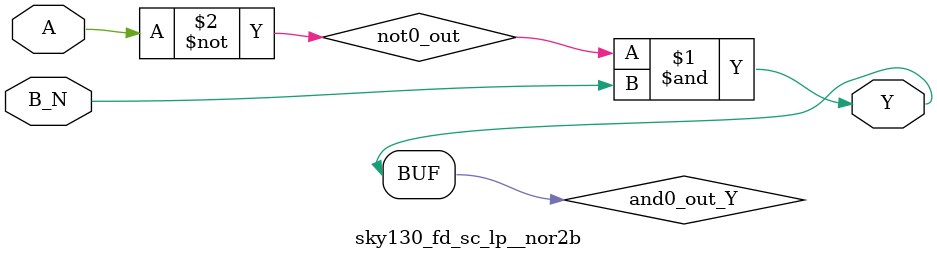
<source format=v>
/*
 * Copyright 2020 The SkyWater PDK Authors
 *
 * Licensed under the Apache License, Version 2.0 (the "License");
 * you may not use this file except in compliance with the License.
 * You may obtain a copy of the License at
 *
 *     https://www.apache.org/licenses/LICENSE-2.0
 *
 * Unless required by applicable law or agreed to in writing, software
 * distributed under the License is distributed on an "AS IS" BASIS,
 * WITHOUT WARRANTIES OR CONDITIONS OF ANY KIND, either express or implied.
 * See the License for the specific language governing permissions and
 * limitations under the License.
 *
 * SPDX-License-Identifier: Apache-2.0
*/


`ifndef SKY130_FD_SC_LP__NOR2B_FUNCTIONAL_V
`define SKY130_FD_SC_LP__NOR2B_FUNCTIONAL_V

/**
 * nor2b: 2-input NOR, first input inverted.
 *
 *        Y = !(A | B | C | !D)
 *
 * Verilog simulation functional model.
 */

`timescale 1ns / 1ps
`default_nettype none

`celldefine
module sky130_fd_sc_lp__nor2b (
    Y  ,
    A  ,
    B_N
);

    // Module ports
    output Y  ;
    input  A  ;
    input  B_N;

    // Local signals
    wire not0_out  ;
    wire and0_out_Y;

    //  Name  Output      Other arguments
    not not0 (not0_out  , A              );
    and and0 (and0_out_Y, not0_out, B_N  );
    buf buf0 (Y         , and0_out_Y     );

endmodule
`endcelldefine

`default_nettype wire
`endif  // SKY130_FD_SC_LP__NOR2B_FUNCTIONAL_V
</source>
